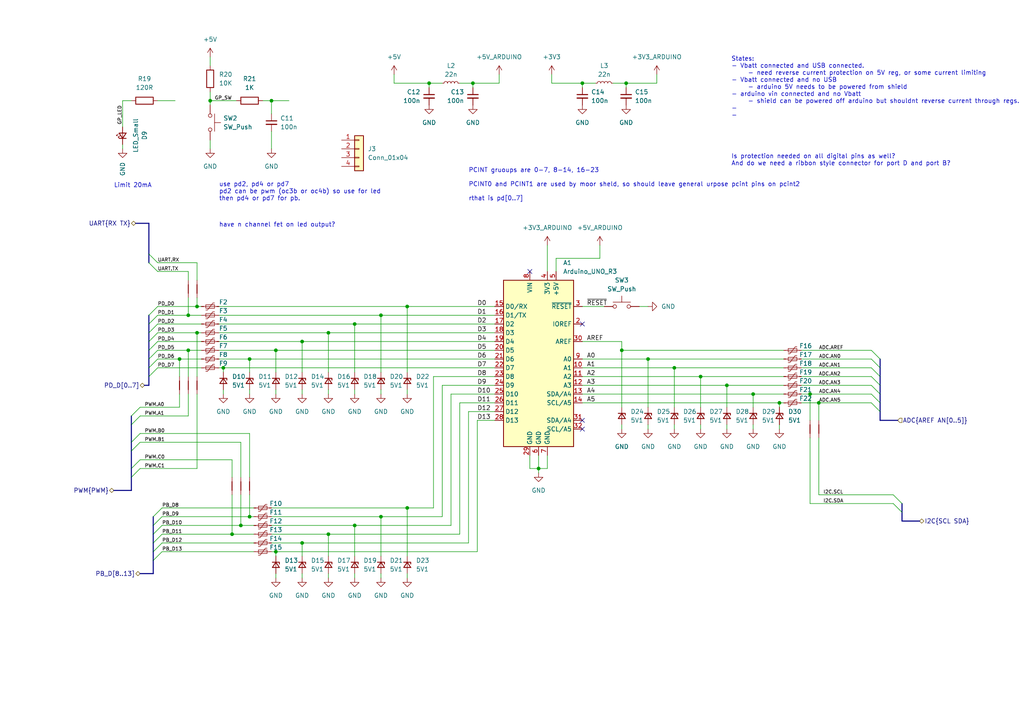
<source format=kicad_sch>
(kicad_sch (version 20211123) (generator eeschema)
  (paper "A4")
  (lib_symbols
    (symbol "Connector_Generic:Conn_01x04" (pin_names (offset 1.016) hide)
      (property "Reference" "J" (at 0 5.08 0))
      (property "Value" "Conn_01x04" (at 0 -7.62 0))
      (symbol "Conn_01x04_1_1"
        (pin passive line (at -5.08 2.54 0) (length 3.81) (name "Pin_1") (number "1"))
        (pin passive line (at -5.08 0 0) (length 3.81) (name "Pin_2") (number "2"))
        (pin passive line (at -5.08 -2.54 0) (length 3.81) (name "Pin_3") (number "3"))
        (pin passive line (at -5.08 -5.08 0) (length 3.81) (name "Pin_4") (number "4"))
      )
    )
    (symbol "Device:C_Small" (pin_numbers hide) (pin_names (offset 0.254) hide)
      (property "Reference" "C" (at 0.254 1.778 0))
      (property "Value" "C_Small" (at 0.254 -2.032 0))
      (symbol "C_Small_1_1"
        (pin passive line (at 0 2.54 270) (length 2.032) (name "~") (number "1"))
        (pin passive line (at 0 -2.54 90) (length 2.032) (name "~") (number "2"))
      )
    )
    (symbol "Device:D_Zener_Small" (pin_numbers hide) (pin_names (offset 0.254) hide)
      (property "Reference" "D" (at 0 2.286 0))
      (property "Value" "D_Zener_Small" (at 0 -2.286 0))
      (symbol "D_Zener_Small_1_1"
        (pin passive line (at -2.54 0 0) (length 1.778) (name "K") (number "1"))
        (pin passive line (at 2.54 0 180) (length 1.778) (name "A") (number "2"))
      )
    )
    (symbol "Device:LED_Small" (pin_numbers hide) (pin_names (offset 0.254) hide)
      (property "Reference" "D" (at -1.27 3.175 0))
      (property "Value" "LED_Small" (at -4.445 -2.54 0))
      (symbol "LED_Small_1_1"
        (pin passive line (at -2.54 0 0) (length 1.778) (name "K") (number "1"))
        (pin passive line (at 2.54 0 180) (length 1.778) (name "A") (number "2"))
      )
    )
    (symbol "Device:L_Small" (pin_numbers hide) (pin_names (offset 0.254) hide)
      (property "Reference" "L" (at 0.762 1.016 0))
      (property "Value" "L_Small" (at 0.762 -1.016 0))
      (symbol "L_Small_1_1"
        (pin passive line (at 0 2.54 270) (length 0.508) (name "~") (number "1"))
        (pin passive line (at 0 -2.54 90) (length 0.508) (name "~") (number "2"))
      )
    )
    (symbol "Device:NetTie_2" (pin_numbers hide) (pin_names (offset 0) hide)
      (property "Reference" "NT" (at 0 1.27 0))
      (property "Value" "NetTie_2" (at 0 -1.27 0))
      (symbol "NetTie_2_1_1"
        (pin passive line (at -2.54 0 0) (length 2.54) (name "1") (number "1"))
        (pin passive line (at 2.54 0 180) (length 2.54) (name "2") (number "2"))
      )
    )
    (symbol "Device:Polyfuse_Small" (pin_numbers hide) (pin_names (offset 0))
      (property "Reference" "F" (at -1.905 0 90))
      (property "Value" "Polyfuse_Small" (at 1.905 0 90))
      (symbol "Polyfuse_Small_1_1"
        (pin passive line (at 0 2.54 270) (length 0.635) (name "~") (number "1"))
        (pin passive line (at 0 -2.54 90) (length 0.635) (name "~") (number "2"))
      )
    )
    (symbol "Device:R" (pin_numbers hide) (pin_names (offset 0))
      (property "Reference" "R" (at 2.032 0 90))
      (property "Value" "R" (at 0 0 90))
      (symbol "R_1_1"
        (pin passive line (at 0 3.81 270) (length 1.27) (name "~") (number "1"))
        (pin passive line (at 0 -3.81 90) (length 1.27) (name "~") (number "2"))
      )
    )
    (symbol "MCU_Module:Arduino_UNO_R3"
      (property "Reference" "A" (at -10.16 23.495 0))
      (property "Value" "Arduino_UNO_R3" (at 5.08 -26.67 0))
      (symbol "Arduino_UNO_R3_1_1"
        (pin no_connect line (at -10.16 -20.32 0) (length 2.54) hide (name "NC") (number "1"))
        (pin bidirectional line (at 12.7 -2.54 180) (length 2.54) (name "A1") (number "10"))
        (pin bidirectional line (at 12.7 -5.08 180) (length 2.54) (name "A2") (number "11"))
        (pin bidirectional line (at 12.7 -7.62 180) (length 2.54) (name "A3") (number "12"))
        (pin bidirectional line (at 12.7 -10.16 180) (length 2.54) (name "SDA/A4") (number "13"))
        (pin bidirectional line (at 12.7 -12.7 180) (length 2.54) (name "SCL/A5") (number "14"))
        (pin bidirectional line (at -12.7 15.24 0) (length 2.54) (name "D0/RX") (number "15"))
        (pin bidirectional line (at -12.7 12.7 0) (length 2.54) (name "D1/TX") (number "16"))
        (pin bidirectional line (at -12.7 10.16 0) (length 2.54) (name "D2") (number "17"))
        (pin bidirectional line (at -12.7 7.62 0) (length 2.54) (name "D3") (number "18"))
        (pin bidirectional line (at -12.7 5.08 0) (length 2.54) (name "D4") (number "19"))
        (pin output line (at 12.7 10.16 180) (length 2.54) (name "IOREF") (number "2"))
        (pin bidirectional line (at -12.7 2.54 0) (length 2.54) (name "D5") (number "20"))
        (pin bidirectional line (at -12.7 0 0) (length 2.54) (name "D6") (number "21"))
        (pin bidirectional line (at -12.7 -2.54 0) (length 2.54) (name "D7") (number "22"))
        (pin bidirectional line (at -12.7 -5.08 0) (length 2.54) (name "D8") (number "23"))
        (pin bidirectional line (at -12.7 -7.62 0) (length 2.54) (name "D9") (number "24"))
        (pin bidirectional line (at -12.7 -10.16 0) (length 2.54) (name "D10") (number "25"))
        (pin bidirectional line (at -12.7 -12.7 0) (length 2.54) (name "D11") (number "26"))
        (pin bidirectional line (at -12.7 -15.24 0) (length 2.54) (name "D12") (number "27"))
        (pin bidirectional line (at -12.7 -17.78 0) (length 2.54) (name "D13") (number "28"))
        (pin power_in line (at -2.54 -27.94 90) (length 2.54) (name "GND") (number "29"))
        (pin input line (at 12.7 15.24 180) (length 2.54) (name "~{RESET}") (number "3"))
        (pin input line (at 12.7 5.08 180) (length 2.54) (name "AREF") (number "30"))
        (pin bidirectional line (at 12.7 -17.78 180) (length 2.54) (name "SDA/A4") (number "31"))
        (pin bidirectional line (at 12.7 -20.32 180) (length 2.54) (name "SCL/A5") (number "32"))
        (pin power_out line (at 2.54 25.4 270) (length 2.54) (name "3V3") (number "4"))
        (pin power_out line (at 5.08 25.4 270) (length 2.54) (name "+5V") (number "5"))
        (pin power_in line (at 0 -27.94 90) (length 2.54) (name "GND") (number "6"))
        (pin power_in line (at 2.54 -27.94 90) (length 2.54) (name "GND") (number "7"))
        (pin power_in line (at -2.54 25.4 270) (length 2.54) (name "VIN") (number "8"))
        (pin bidirectional line (at 12.7 0 180) (length 2.54) (name "A0") (number "9"))
      )
    )
    (symbol "Switch:SW_Push" (pin_numbers hide) (pin_names (offset 1.016) hide)
      (property "Reference" "SW" (at 1.27 2.54 0))
      (property "Value" "SW_Push" (at 0 -1.524 0))
      (symbol "SW_Push_0_1"
        (pin passive line (at -5.08 0 0) (length 2.54) (name "1") (number "1"))
        (pin passive line (at 5.08 0 180) (length 2.54) (name "2") (number "2"))
      )
    )
    (symbol "Utility:+3V3_ARDUINO" (power) (pin_names (offset 0))
      (property "Value" "+3V3_ARDUINO" (at 0 5.08 0))
      (symbol "+3V3_ARDUINO_1_1"
        (pin power_in line (at 0 0 90) (length 0) hide (name "+3V3_ARDUINO") (number "1"))
      )
    )
    (symbol "Utility:+5V_ARDUINO" (power) (pin_names (offset 0))
      (property "Value" "+5V_ARDUINO" (at 0 5.08 0))
      (symbol "+5V_ARDUINO_1_1"
        (pin power_in line (at 0 0 90) (length 0) hide (name "+5V_ARDUINO") (number "1"))
      )
    )
    (symbol "power:+3V3" (power) (pin_names (offset 0))
      (property "Value" "+3V3" (at 0 3.556 0))
      (symbol "+3V3_1_1"
        (pin power_in line (at 0 0 90) (length 0) hide (name "+3V3") (number "1"))
      )
    )
    (symbol "power:+5V" (power) (pin_names (offset 0))
      (property "Value" "+5V" (at 0 3.556 0))
      (symbol "+5V_1_1"
        (pin power_in line (at 0 0 90) (length 0) hide (name "+5V") (number "1"))
      )
    )
    (symbol "power:GND" (power) (pin_names (offset 0))
      (property "Value" "GND" (at 0 -3.81 0))
      (symbol "GND_1_1"
        (pin power_in line (at 0 0 270) (length 0) hide (name "GND") (number "1"))
      )
    )
  )
  (bus_alias "PWM" (members "A[0..1]" "B[0..1]" "C[0..1]"))
  (junction (at 180.34 101.6))
  (junction (at 102.87 93.98))
  (junction (at 60.96 29.21))
  (junction (at 181.61 24.13))
  (junction (at 72.39 149.86))
  (junction (at 110.49 91.44))
  (junction (at 168.91 24.13))
  (junction (at 78.74 29.21))
  (junction (at 195.58 106.68))
  (junction (at 69.85 152.4))
  (junction (at 80.01 101.6))
  (junction (at 54.61 101.6))
  (junction (at 52.07 104.14))
  (junction (at 156.21 135.89))
  (junction (at 203.2 109.22))
  (junction (at 87.63 157.48))
  (junction (at 95.25 154.94))
  (junction (at 218.44 114.3))
  (junction (at 64.77 106.68))
  (junction (at 210.82 111.76))
  (junction (at 87.63 99.06))
  (junction (at 124.46 24.13))
  (junction (at 54.61 91.44))
  (junction (at 118.11 147.32))
  (junction (at 110.49 149.86))
  (junction (at 234.95 114.3))
  (junction (at 237.49 116.84))
  (junction (at 137.16 24.13))
  (junction (at 80.01 160.02))
  (junction (at 226.06 116.84))
  (junction (at 102.87 152.4))
  (junction (at 67.31 154.94))
  (junction (at 118.11 88.9))
  (junction (at 57.15 96.52))
  (junction (at 57.15 88.9))
  (junction (at 95.25 96.52))
  (junction (at 187.96 104.14))
  (junction (at 72.39 104.14))
  (no_connect (at 153.67 78.74))
  (no_connect (at 168.91 124.46))
  (no_connect (at 168.91 121.92))
  (no_connect (at 168.91 93.98))
  (bus_entry (at 38.1 135.89) (size 2.54 -2.54))
  (bus_entry (at 45.72 93.98) (size -2.54 2.54))
  (bus_entry (at 43.18 91.44) (size 2.54 -2.54))
  (bus_entry (at 261.62 148.59) (size -2.54 -2.54))
  (bus_entry (at 46.99 160.02) (size -2.54 2.54))
  (bus_entry (at 255.27 104.14) (size -2.54 -2.54))
  (bus_entry (at 255.27 114.3) (size -2.54 -2.54))
  (bus_entry (at 255.27 106.68) (size -2.54 -2.54))
  (bus_entry (at 45.72 101.6) (size -2.54 2.54))
  (bus_entry (at 46.99 154.94) (size -2.54 2.54))
  (bus_entry (at 38.1 120.65) (size 2.54 -2.54))
  (bus_entry (at 38.1 123.19) (size 2.54 -2.54))
  (bus_entry (at 255.27 116.84) (size -2.54 -2.54))
  (bus_entry (at 46.99 152.4) (size -2.54 2.54))
  (bus_entry (at 45.72 91.44) (size -2.54 2.54))
  (bus_entry (at 38.1 130.81) (size 2.54 -2.54))
  (bus_entry (at 255.27 111.76) (size -2.54 -2.54))
  (bus_entry (at 261.62 146.05) (size -2.54 -2.54))
  (bus_entry (at 45.72 76.2) (size -2.54 -2.54))
  (bus_entry (at 45.72 96.52) (size -2.54 2.54))
  (bus_entry (at 44.45 149.86) (size 2.54 -2.54))
  (bus_entry (at 45.72 104.14) (size -2.54 2.54))
  (bus_entry (at 43.18 76.2) (size 2.54 2.54))
  (bus_entry (at 255.27 109.22) (size -2.54 -2.54))
  (bus_entry (at 46.99 149.86) (size -2.54 2.54))
  (bus_entry (at 38.1 138.43) (size 2.54 -2.54))
  (bus_entry (at 255.27 119.38) (size -2.54 -2.54))
  (bus_entry (at 45.72 99.06) (size -2.54 2.54))
  (bus_entry (at 45.72 106.68) (size -2.54 2.54))
  (bus_entry (at 46.99 157.48) (size -2.54 2.54))
  (bus_entry (at 38.1 128.27) (size 2.54 -2.54))
  (wire (pts (xy 133.35 116.84) (xy 133.35 154.94)))
  (wire (pts (xy 54.61 101.6) (xy 58.42 101.6)))
  (wire (pts (xy 72.39 143.51) (xy 72.39 149.86)))
  (wire (pts (xy 168.91 116.84) (xy 226.06 116.84)))
  (wire (pts (xy 46.99 147.32) (xy 73.66 147.32)))
  (wire (pts (xy 181.61 24.13) (xy 181.61 25.4)))
  (wire (pts (xy 45.72 104.14) (xy 52.07 104.14)))
  (wire (pts (xy 87.63 99.06) (xy 143.51 99.06)))
  (wire (pts (xy 64.77 113.03) (xy 64.77 114.3)))
  (wire (pts (xy 45.72 76.2) (xy 57.15 76.2)))
  (wire (pts (xy 45.72 78.74) (xy 54.61 78.74)))
  (wire (pts (xy 160.02 21.59) (xy 160.02 24.13)))
  (wire (pts (xy 46.99 152.4) (xy 69.85 152.4)))
  (wire (pts (xy 78.74 152.4) (xy 102.87 152.4)))
  (wire (pts (xy 118.11 166.37) (xy 118.11 167.64)))
  (wire (pts (xy 54.61 78.74) (xy 54.61 81.28)))
  (wire (pts (xy 78.74 29.21) (xy 78.74 33.02)))
  (wire (pts (xy 137.16 24.13) (xy 144.78 24.13)))
  (wire (pts (xy 138.43 160.02) (xy 138.43 121.92)))
  (wire (pts (xy 232.41 106.68) (xy 252.73 106.68)))
  (bus (pts (xy 255.27 111.76) (xy 255.27 114.3)))
  (wire (pts (xy 80.01 166.37) (xy 80.01 167.64)))
  (wire (pts (xy 57.15 88.9) (xy 58.42 88.9)))
  (wire (pts (xy 190.5 21.59) (xy 190.5 24.13)))
  (wire (pts (xy 80.01 101.6) (xy 80.01 107.95)))
  (bus (pts (xy 38.1 123.19) (xy 38.1 128.27)))
  (wire (pts (xy 185.42 88.9) (xy 187.96 88.9)))
  (wire (pts (xy 168.91 104.14) (xy 187.96 104.14)))
  (wire (pts (xy 46.99 149.86) (xy 72.39 149.86)))
  (bus (pts (xy 38.1 142.24) (xy 38.1 138.43)))
  (wire (pts (xy 63.5 106.68) (xy 64.77 106.68)))
  (wire (pts (xy 168.91 24.13) (xy 168.91 25.4)))
  (wire (pts (xy 78.74 29.21) (xy 83.82 29.21)))
  (wire (pts (xy 138.43 121.92) (xy 143.51 121.92)))
  (wire (pts (xy 35.56 29.21) (xy 35.56 36.83)))
  (bus (pts (xy 43.18 104.14) (xy 43.18 106.68)))
  (wire (pts (xy 234.95 114.3) (xy 234.95 121.92)))
  (wire (pts (xy 110.49 91.44) (xy 143.51 91.44)))
  (wire (pts (xy 180.34 123.19) (xy 180.34 124.46)))
  (wire (pts (xy 237.49 143.51) (xy 259.08 143.51)))
  (wire (pts (xy 40.64 120.65) (xy 54.61 120.65)))
  (wire (pts (xy 232.41 104.14) (xy 252.73 104.14)))
  (wire (pts (xy 87.63 99.06) (xy 87.63 107.95)))
  (wire (pts (xy 80.01 113.03) (xy 80.01 114.3)))
  (wire (pts (xy 52.07 104.14) (xy 52.07 109.22)))
  (wire (pts (xy 52.07 114.3) (xy 52.07 118.11)))
  (wire (pts (xy 237.49 116.84) (xy 237.49 121.92)))
  (wire (pts (xy 45.72 101.6) (xy 54.61 101.6)))
  (bus (pts (xy 44.45 157.48) (xy 44.45 160.02)))
  (wire (pts (xy 87.63 113.03) (xy 87.63 114.3)))
  (wire (pts (xy 40.64 135.89) (xy 57.15 135.89)))
  (wire (pts (xy 54.61 114.3) (xy 54.61 120.65)))
  (wire (pts (xy 130.81 114.3) (xy 143.51 114.3)))
  (wire (pts (xy 227.33 114.3) (xy 218.44 114.3)))
  (wire (pts (xy 153.67 132.08) (xy 153.67 135.89)))
  (bus (pts (xy 38.1 128.27) (xy 38.1 130.81)))
  (wire (pts (xy 135.89 119.38) (xy 135.89 157.48)))
  (wire (pts (xy 190.5 24.13) (xy 181.61 24.13)))
  (wire (pts (xy 46.99 154.94) (xy 67.31 154.94)))
  (wire (pts (xy 203.2 109.22) (xy 203.2 118.11)))
  (bus (pts (xy 261.62 146.05) (xy 261.62 148.59)))
  (bus (pts (xy 38.1 130.81) (xy 38.1 135.89)))
  (wire (pts (xy 234.95 146.05) (xy 259.08 146.05)))
  (wire (pts (xy 168.91 109.22) (xy 203.2 109.22)))
  (wire (pts (xy 218.44 114.3) (xy 218.44 118.11)))
  (wire (pts (xy 64.77 106.68) (xy 143.51 106.68)))
  (wire (pts (xy 69.85 128.27) (xy 69.85 138.43)))
  (bus (pts (xy 255.27 106.68) (xy 255.27 109.22)))
  (wire (pts (xy 102.87 93.98) (xy 143.51 93.98)))
  (wire (pts (xy 45.72 88.9) (xy 57.15 88.9)))
  (bus (pts (xy 255.27 104.14) (xy 255.27 106.68)))
  (bus (pts (xy 43.18 91.44) (xy 43.18 93.98)))
  (wire (pts (xy 95.25 96.52) (xy 143.51 96.52)))
  (wire (pts (xy 95.25 96.52) (xy 95.25 107.95)))
  (wire (pts (xy 210.82 111.76) (xy 210.82 118.11)))
  (bus (pts (xy 261.62 151.13) (xy 261.62 148.59)))
  (wire (pts (xy 63.5 104.14) (xy 72.39 104.14)))
  (wire (pts (xy 78.74 38.1) (xy 78.74 43.18)))
  (bus (pts (xy 43.18 104.14) (xy 43.18 101.6)))
  (wire (pts (xy 125.73 109.22) (xy 143.51 109.22)))
  (wire (pts (xy 114.3 24.13) (xy 124.46 24.13)))
  (wire (pts (xy 110.49 166.37) (xy 110.49 167.64)))
  (wire (pts (xy 156.21 135.89) (xy 156.21 137.16)))
  (wire (pts (xy 63.5 93.98) (xy 102.87 93.98)))
  (wire (pts (xy 227.33 109.22) (xy 203.2 109.22)))
  (wire (pts (xy 102.87 113.03) (xy 102.87 114.3)))
  (wire (pts (xy 177.8 24.13) (xy 181.61 24.13)))
  (wire (pts (xy 128.27 111.76) (xy 143.51 111.76)))
  (wire (pts (xy 180.34 99.06) (xy 180.34 101.6)))
  (wire (pts (xy 226.06 123.19) (xy 226.06 124.46)))
  (wire (pts (xy 203.2 123.19) (xy 203.2 124.46)))
  (wire (pts (xy 95.25 113.03) (xy 95.25 114.3)))
  (bus (pts (xy 255.27 121.92) (xy 255.27 119.38)))
  (wire (pts (xy 130.81 114.3) (xy 130.81 152.4)))
  (wire (pts (xy 78.74 157.48) (xy 87.63 157.48)))
  (wire (pts (xy 160.02 24.13) (xy 168.91 24.13)))
  (wire (pts (xy 110.49 113.03) (xy 110.49 114.3)))
  (wire (pts (xy 35.56 41.91) (xy 35.56 43.18)))
  (wire (pts (xy 80.01 160.02) (xy 138.43 160.02)))
  (wire (pts (xy 78.74 160.02) (xy 80.01 160.02)))
  (wire (pts (xy 57.15 96.52) (xy 58.42 96.52)))
  (wire (pts (xy 218.44 123.19) (xy 218.44 124.46)))
  (wire (pts (xy 40.64 125.73) (xy 72.39 125.73)))
  (wire (pts (xy 57.15 96.52) (xy 57.15 109.22)))
  (wire (pts (xy 80.01 160.02) (xy 80.01 161.29)))
  (wire (pts (xy 110.49 149.86) (xy 110.49 161.29)))
  (bus (pts (xy 43.18 99.06) (xy 43.18 101.6)))
  (wire (pts (xy 237.49 127) (xy 237.49 143.51)))
  (wire (pts (xy 63.5 88.9) (xy 118.11 88.9)))
  (wire (pts (xy 227.33 104.14) (xy 187.96 104.14)))
  (wire (pts (xy 63.5 101.6) (xy 80.01 101.6)))
  (wire (pts (xy 168.91 24.13) (xy 172.72 24.13)))
  (wire (pts (xy 69.85 143.51) (xy 69.85 152.4)))
  (wire (pts (xy 40.64 118.11) (xy 52.07 118.11)))
  (bus (pts (xy 43.18 76.2) (xy 43.18 73.66)))
  (wire (pts (xy 118.11 147.32) (xy 125.73 147.32)))
  (wire (pts (xy 102.87 152.4) (xy 130.81 152.4)))
  (bus (pts (xy 44.45 152.4) (xy 44.45 154.94)))
  (wire (pts (xy 45.72 96.52) (xy 57.15 96.52)))
  (bus (pts (xy 44.45 154.94) (xy 44.45 157.48)))
  (wire (pts (xy 173.99 71.12) (xy 173.99 74.93)))
  (wire (pts (xy 54.61 109.22) (xy 54.61 101.6)))
  (wire (pts (xy 87.63 157.48) (xy 87.63 161.29)))
  (wire (pts (xy 158.75 132.08) (xy 158.75 135.89)))
  (bus (pts (xy 255.27 114.3) (xy 255.27 116.84)))
  (wire (pts (xy 118.11 88.9) (xy 143.51 88.9)))
  (bus (pts (xy 44.45 149.86) (xy 44.45 152.4)))
  (wire (pts (xy 118.11 147.32) (xy 118.11 161.29)))
  (wire (pts (xy 63.5 96.52) (xy 95.25 96.52)))
  (wire (pts (xy 110.49 149.86) (xy 128.27 149.86)))
  (wire (pts (xy 57.15 114.3) (xy 57.15 135.89)))
  (wire (pts (xy 95.25 154.94) (xy 95.25 161.29)))
  (wire (pts (xy 168.91 114.3) (xy 218.44 114.3)))
  (wire (pts (xy 72.39 113.03) (xy 72.39 114.3)))
  (wire (pts (xy 54.61 91.44) (xy 58.42 91.44)))
  (wire (pts (xy 110.49 91.44) (xy 110.49 107.95)))
  (wire (pts (xy 153.67 135.89) (xy 156.21 135.89)))
  (wire (pts (xy 72.39 138.43) (xy 72.39 125.73)))
  (wire (pts (xy 87.63 157.48) (xy 135.89 157.48)))
  (wire (pts (xy 80.01 101.6) (xy 143.51 101.6)))
  (wire (pts (xy 124.46 24.13) (xy 124.46 25.4)))
  (wire (pts (xy 237.49 116.84) (xy 252.73 116.84)))
  (wire (pts (xy 232.41 109.22) (xy 252.73 109.22)))
  (bus (pts (xy 43.18 64.77) (xy 43.18 73.66)))
  (bus (pts (xy 43.18 106.68) (xy 43.18 109.22)))
  (wire (pts (xy 195.58 106.68) (xy 195.58 118.11)))
  (wire (pts (xy 60.96 29.21) (xy 60.96 30.48)))
  (wire (pts (xy 95.25 154.94) (xy 133.35 154.94)))
  (wire (pts (xy 87.63 166.37) (xy 87.63 167.64)))
  (wire (pts (xy 195.58 123.19) (xy 195.58 124.46)))
  (wire (pts (xy 234.95 114.3) (xy 252.73 114.3)))
  (wire (pts (xy 232.41 116.84) (xy 237.49 116.84)))
  (wire (pts (xy 168.91 88.9) (xy 175.26 88.9)))
  (bus (pts (xy 41.91 111.76) (xy 43.18 111.76)))
  (wire (pts (xy 144.78 21.59) (xy 144.78 24.13)))
  (bus (pts (xy 44.45 162.56) (xy 44.45 166.37)))
  (bus (pts (xy 43.18 109.22) (xy 43.18 111.76)))
  (wire (pts (xy 95.25 166.37) (xy 95.25 167.64)))
  (wire (pts (xy 57.15 86.36) (xy 57.15 88.9)))
  (wire (pts (xy 137.16 24.13) (xy 133.35 24.13)))
  (bus (pts (xy 43.18 93.98) (xy 43.18 96.52)))
  (wire (pts (xy 60.96 40.64) (xy 60.96 43.18)))
  (wire (pts (xy 187.96 123.19) (xy 187.96 124.46)))
  (wire (pts (xy 168.91 99.06) (xy 180.34 99.06)))
  (bus (pts (xy 43.18 96.52) (xy 43.18 99.06)))
  (wire (pts (xy 40.64 133.35) (xy 67.31 133.35)))
  (wire (pts (xy 78.74 154.94) (xy 95.25 154.94)))
  (wire (pts (xy 227.33 106.68) (xy 195.58 106.68)))
  (wire (pts (xy 227.33 111.76) (xy 210.82 111.76)))
  (wire (pts (xy 158.75 135.89) (xy 156.21 135.89)))
  (wire (pts (xy 232.41 101.6) (xy 252.73 101.6)))
  (bus (pts (xy 255.27 109.22) (xy 255.27 111.76)))
  (wire (pts (xy 156.21 132.08) (xy 156.21 135.89)))
  (wire (pts (xy 125.73 109.22) (xy 125.73 147.32)))
  (bus (pts (xy 255.27 116.84) (xy 255.27 119.38)))
  (wire (pts (xy 227.33 101.6) (xy 180.34 101.6)))
  (wire (pts (xy 67.31 143.51) (xy 67.31 154.94)))
  (wire (pts (xy 133.35 116.84) (xy 143.51 116.84)))
  (wire (pts (xy 102.87 166.37) (xy 102.87 167.64)))
  (wire (pts (xy 114.3 21.59) (xy 114.3 24.13)))
  (wire (pts (xy 158.75 71.12) (xy 158.75 78.74)))
  (wire (pts (xy 69.85 152.4) (xy 73.66 152.4)))
  (wire (pts (xy 45.72 93.98) (xy 58.42 93.98)))
  (wire (pts (xy 45.72 106.68) (xy 58.42 106.68)))
  (wire (pts (xy 168.91 106.68) (xy 195.58 106.68)))
  (wire (pts (xy 63.5 91.44) (xy 110.49 91.44)))
  (wire (pts (xy 72.39 104.14) (xy 72.39 107.95)))
  (wire (pts (xy 40.64 128.27) (xy 69.85 128.27)))
  (wire (pts (xy 137.16 24.13) (xy 137.16 25.4)))
  (wire (pts (xy 180.34 101.6) (xy 180.34 118.11)))
  (wire (pts (xy 161.29 74.93) (xy 173.99 74.93)))
  (wire (pts (xy 63.5 99.06) (xy 87.63 99.06)))
  (wire (pts (xy 72.39 149.86) (xy 73.66 149.86)))
  (wire (pts (xy 45.72 29.21) (xy 50.8 29.21)))
  (wire (pts (xy 54.61 86.36) (xy 54.61 91.44)))
  (wire (pts (xy 135.89 119.38) (xy 143.51 119.38)))
  (wire (pts (xy 60.96 29.21) (xy 68.58 29.21)))
  (wire (pts (xy 226.06 116.84) (xy 227.33 116.84)))
  (wire (pts (xy 102.87 93.98) (xy 102.87 107.95)))
  (wire (pts (xy 234.95 127) (xy 234.95 146.05)))
  (bus (pts (xy 38.1 120.65) (xy 38.1 123.19)))
  (wire (pts (xy 46.99 157.48) (xy 73.66 157.48)))
  (wire (pts (xy 76.2 29.21) (xy 78.74 29.21)))
  (wire (pts (xy 35.56 29.21) (xy 38.1 29.21)))
  (bus (pts (xy 39.37 64.77) (xy 43.18 64.77)))
  (bus (pts (xy 38.1 135.89) (xy 38.1 138.43)))
  (wire (pts (xy 118.11 113.03) (xy 118.11 114.3)))
  (bus (pts (xy 44.45 160.02) (xy 44.45 162.56)))
  (bus (pts (xy 260.35 121.92) (xy 255.27 121.92)))
  (wire (pts (xy 57.15 76.2) (xy 57.15 81.28)))
  (bus (pts (xy 44.45 166.37) (xy 40.64 166.37)))
  (wire (pts (xy 187.96 104.14) (xy 187.96 118.11)))
  (wire (pts (xy 168.91 111.76) (xy 210.82 111.76)))
  (wire (pts (xy 45.72 91.44) (xy 54.61 91.44)))
  (bus (pts (xy 33.02 142.24) (xy 38.1 142.24)))
  (wire (pts (xy 60.96 16.51) (xy 60.96 19.05)))
  (wire (pts (xy 67.31 138.43) (xy 67.31 133.35)))
  (wire (pts (xy 45.72 99.06) (xy 58.42 99.06)))
  (wire (pts (xy 128.27 111.76) (xy 128.27 149.86)))
  (wire (pts (xy 78.74 147.32) (xy 118.11 147.32)))
  (wire (pts (xy 67.31 154.94) (xy 73.66 154.94)))
  (wire (pts (xy 226.06 116.84) (xy 226.06 118.11)))
  (wire (pts (xy 118.11 88.9) (xy 118.11 107.95)))
  (wire (pts (xy 102.87 152.4) (xy 102.87 161.29)))
  (wire (pts (xy 72.39 104.14) (xy 143.51 104.14)))
  (wire (pts (xy 161.29 78.74) (xy 161.29 74.93)))
  (wire (pts (xy 232.41 111.76) (xy 252.73 111.76)))
  (wire (pts (xy 64.77 106.68) (xy 64.77 107.95)))
  (wire (pts (xy 60.96 26.67) (xy 60.96 29.21)))
  (wire (pts (xy 210.82 123.19) (xy 210.82 124.46)))
  (wire (pts (xy 232.41 114.3) (xy 234.95 114.3)))
  (wire (pts (xy 128.27 24.13) (xy 124.46 24.13)))
  (wire (pts (xy 78.74 149.86) (xy 110.49 149.86)))
  (wire (pts (xy 46.99 160.02) (xy 73.66 160.02)))
  (wire (pts (xy 52.07 104.14) (xy 58.42 104.14)))
  (bus (pts (xy 266.7 151.13) (xy 261.62 151.13)))
  (text "use pd2, pd4 or pd7\npd2 can be pwm (oc3b or oc4b) so use for led\nthen pd4 or pd7 for pb.\n" (at 63.5 58.42 0) (effects (font (size 1.27 1.27)) (justify left bottom)))
  (text "PCINT gruoups are 0-7, 8-14, 16-23\n\nPCINT0 and PCINT1 are used by moor sheld, so should leave general urpose pcint pins on pcint2\n\nrthat is pd[0..7]" (at 135.89 58.42 0) (effects (font (size 1.27 1.27)) (justify left bottom)))
  (text "States:\n- Vbatt connected and USB connected.\n	- need reverse current protection on 5V reg, or some current limiting\n- Vbatt connected and no USB\n	- arduino 5V needs to be powered from shield\n- arduino vin connected and no Vbatt\n	- shield can be powered off arduino but shouldnt reverse current through regs.\n- \n- " (at 212.09 34.29 0) (effects (font (size 1.27 1.27)) (justify left bottom)))
  (text "Limit 20mA" (at 33.02 54.61 0) (effects (font (size 1.27 1.27)) (justify left bottom)))
  (text "- General purpose button on one group fo PCINT not used for current mon.\n- onboard LED indicator?\n- with connector for external button and LED?" (at 118.11 228.6 0) (effects (font (size 1.27 1.27)) (justify left bottom)))
  (text "Is protection needed on all digital pins as well?\nAnd do we need a ribbon style connector for port D and port B?" (at 212.09 48.26 0) (effects (font (size 1.27 1.27)) (justify left bottom)))
  (text "have n channel fet on led output?" (at 63.5 66.04 0) (effects (font (size 1.27 1.27)) (justify left bottom)))
  (label "ADC.AN4" (at 237.49 114.3 0) (effects (font (size 1 1))))
  (label "D6" (at 138.43 104.14 0))
  (label "I2C.SDA" (at 238.76 146.05 0) (effects (font (size 1 1))))
  (label "PD_D0" (at 45.72 88.9 0) (effects (font (size 1 1))))
  (label "A1" (at 170.18 106.68 0))
  (label "D0" (at 138.43 88.9 0))
  (label "D13" (at 138.43 121.92 0))
  (label "ADC.AREF" (at 237.49 101.6 0) (effects (font (size 1 1))))
  (label "ADC.AN2" (at 237.4462 109.22 0) (effects (font (size 1 1))))
  (label "GP_LED" (at 35.56 30.48 270) (effects (font (size 1 1))))
  (label "PB_D11" (at 46.99 154.94 0) (effects (font (size 1 1))))
  (label "PD_D3" (at 45.72 96.52 0) (effects (font (size 1 1))))
  (label "PB_D13" (at 46.99 160.02 0) (effects (font (size 1 1))))
  (label "PWM.B1" (at 41.91 128.27 0) (effects (font (size 1 1))))
  (label "PWM.C1" (at 41.91 135.89 0) (effects (font (size 1 1))))
  (label "D10" (at 138.43 114.3 0))
  (label "AREF" (at 170.18 99.06 0))
  (label "UART.RX" (at 45.72 76.2 0) (effects (font (size 1 1))))
  (label "D7" (at 138.43 106.68 0))
  (label "PD_D4" (at 45.72 99.06 0) (effects (font (size 1 1))))
  (label "A0" (at 170.18 104.14 0))
  (label "UART.TX" (at 45.72 78.74 0) (effects (font (size 1 1))))
  (label "D9" (at 138.43 111.76 0))
  (label "D5" (at 138.43 101.6 0))
  (label "PD_D7" (at 45.72 106.68 0) (effects (font (size 1 1))))
  (label "PB_D10" (at 46.99 152.4 0) (effects (font (size 1 1))))
  (label "D8" (at 138.43 109.22 0))
  (label "ADC.AN1" (at 237.49 106.68 0) (effects (font (size 1 1))))
  (label "D3" (at 138.43 96.52 0))
  (label "PB_D9" (at 46.99 149.86 0) (effects (font (size 1 1))))
  (label "A4" (at 170.18 114.3 0))
  (label "PD_D2" (at 45.72 93.98 0) (effects (font (size 1 1))))
  (label "PB_D8" (at 46.99 147.32 0) (effects (font (size 1 1))))
  (label "ADC.AN3" (at 237.4462 111.76 0) (effects (font (size 1 1))))
  (label "PWM.A1" (at 41.91 120.65 0) (effects (font (size 1 1))))
  (label "GP_SW" (at 62.23 29.21 0) (effects (font (size 1 1))))
  (label "ADC.AN5" (at 237.49 116.84 0) (effects (font (size 1 1))))
  (label "~{RESET}" (at 170.18 88.9 0))
  (label "I2C.SCL" (at 238.76 143.51 0) (effects (font (size 1 1))))
  (label "PWM.B0" (at 41.91 125.73 0) (effects (font (size 1 1))))
  (label "PD_D6" (at 45.72 104.14 0) (effects (font (size 1 1))))
  (label "D2" (at 138.43 93.98 0))
  (label "ADC.AN0" (at 237.49 104.14 0) (effects (font (size 1 1))))
  (label "D1" (at 138.43 91.44 0))
  (label "A3" (at 170.1531 111.76 0))
  (label "PB_D12" (at 46.99 157.48 0) (effects (font (size 1 1))))
  (label "PWM.A0" (at 41.91 118.11 0) (effects (font (size 1 1))))
  (label "A5" (at 170.18 116.84 0))
  (label "PD_D1" (at 45.72 91.44 0) (effects (font (size 1 1))))
  (label "D12" (at 138.43 119.38 0))
  (label "D4" (at 138.43 99.06 0))
  (label "D11" (at 138.43 116.84 0))
  (label "A2" (at 170.18 109.22 0))
  (label "PWM.C0" (at 41.91 133.35 0) (effects (font (size 1 1))))
  (label "PD_D5" (at 45.72 101.6 0) (effects (font (size 1 1))))
  (hierarchical_label "UART{RX TX}" (shape bidirectional) (at 39.37 64.77 180))
  (hierarchical_label "I2C{SCL SDA}" (shape bidirectional) (at 266.7 151.13 0))
  (hierarchical_label "PB_D[8..13]" (shape bidirectional) (at 40.64 166.37 180))
  (hierarchical_label "ADC{AREF AN[0..5]}" (shape input) (at 260.35 121.92 0))
  (hierarchical_label "PD_D[0..7]" (shape bidirectional) (at 41.91 111.76 180))
  (hierarchical_label "PWM{PWM}" (shape bidirectional) (at 33.02 142.24 180))
  (symbol (lib_id "Connector_Generic:Conn_01x04") (at 104.14 43.18 0) (unit 1)
    (property "Reference" "J3" (at 106.68 43.1799 0) (effects (justify left)))
    (property "Value" "Conn_01x04" (at 106.68 45.7199 0) (effects (justify left)))
    (property "Footprint" "Connector_Molex:Molex_KK-254_AE-6410-04A_1x04_P2.54mm_Vertical" (effects hide))
  )
  (symbol (lib_id "power:GND") (at 110.49 114.3 0) (mirror y) (unit 1)
    (property "Reference" "#PWR0163" (effects hide))
    (property "Value" "GND" (at 110.49 119.38 0))
  )
  (symbol (lib_id "Device:D_Zener_Small") (at 95.25 110.49 270) (unit 1)
    (property "Reference" "D16" (at 97.79 109.2199 90) (effects (justify left)))
    (property "Value" "5V1" (at 97.79 111.7599 90) (effects (justify left)))
    (property "Footprint" "Diode_SMD:D_0805_2012Metric_Pad1.15x1.40mm_HandSolder" (effects hide))
  )
  (symbol (lib_id "power:GND") (at 168.91 30.48 0) (unit 1)
    (property "Reference" "#PWR0143" (effects hide))
    (property "Value" "GND" (at 168.91 35.56 0))
  )
  (symbol (lib_id "power:GND") (at 80.01 167.64 0) (mirror y) (unit 1)
    (property "Reference" "#PWR0187" (effects hide))
    (property "Value" "GND" (at 80.01 172.72 0))
  )
  (symbol (lib_id "Device:NetTie_2") (at 52.07 111.76 90) (unit 1)
    (property "Reference" "NT1" (effects hide))
    (property "Value" "NetTie_2" (effects hide))
    (property "Footprint" "NetTie:NetTie-2_THT_Pad0.3mm" (effects hide))
  )
  (symbol (lib_id "Device:R") (at 72.39 29.21 270) (unit 1)
    (property "Reference" "R21" (at 72.39 22.86 90))
    (property "Value" "1K" (at 72.39 25.4 90))
    (property "Footprint" "Resistor_SMD:R_0805_2012Metric_Pad1.20x1.40mm_HandSolder" (effects hide))
  )
  (symbol (lib_id "Device:Polyfuse_Small") (at 60.96 93.98 90) (unit 1)
    (property "Reference" "F4" (at 64.77 92.71 90))
    (property "Value" "Polyfuse_Small" (effects hide))
    (property "Footprint" "Fuse:Fuse_0805_2012Metric_Pad1.15x1.40mm_HandSolder" (effects hide))
    (property "Digikey Part No" "PRG18BB221MB1RB" (effects hide))
  )
  (symbol (lib_id "Device:C_Small") (at 137.16 27.94 0) (mirror y) (unit 1)
    (property "Reference" "C13" (at 134.62 26.6762 0) (effects (justify left)))
    (property "Value" "100n" (at 134.62 29.2162 0) (effects (justify left)))
    (property "Footprint" "Capacitor_SMD:C_0805_2012Metric_Pad1.18x1.45mm_HandSolder" (effects hide))
  )
  (symbol (lib_id "power:GND") (at 118.11 114.3 0) (mirror y) (unit 1)
    (property "Reference" "#PWR0172" (effects hide))
    (property "Value" "GND" (at 118.11 119.38 0))
  )
  (symbol (lib_id "Device:C_Small") (at 168.91 27.94 0) (unit 1)
    (property "Reference" "C14" (at 171.45 26.6762 0) (effects (justify left)))
    (property "Value" "100n" (at 171.45 29.2162 0) (effects (justify left)))
    (property "Footprint" "Capacitor_SMD:C_0805_2012Metric_Pad1.18x1.45mm_HandSolder" (effects hide))
  )
  (symbol (lib_id "Device:NetTie_2") (at 69.85 140.97 90) (unit 1)
    (property "Reference" "NT7" (effects hide))
    (property "Value" "NetTie_2" (effects hide))
    (property "Footprint" "NetTie:NetTie-2_THT_Pad0.3mm" (effects hide))
  )
  (symbol (lib_id "Device:Polyfuse_Small") (at 60.96 106.68 90) (unit 1)
    (property "Reference" "F9" (at 64.77 105.41 90))
    (property "Value" "Polyfuse_Small" (effects hide))
    (property "Footprint" "Fuse:Fuse_0805_2012Metric_Pad1.15x1.40mm_HandSolder" (effects hide))
    (property "Digikey Part No" "PRG18BB221MB1RB" (effects hide))
  )
  (symbol (lib_id "Device:D_Zener_Small") (at 110.49 163.83 270) (unit 1)
    (property "Reference" "D21" (at 113.03 162.5599 90) (effects (justify left)))
    (property "Value" "5V1" (at 113.03 165.0999 90) (effects (justify left)))
    (property "Footprint" "Diode_SMD:D_0805_2012Metric_Pad1.15x1.40mm_HandSolder" (effects hide))
  )
  (symbol (lib_id "power:+5V") (at 60.96 16.51 0) (unit 1)
    (property "Reference" "#PWR0154" (effects hide))
    (property "Value" "+5V" (at 60.96 11.43 0))
  )
  (symbol (lib_id "Device:D_Zener_Small") (at 102.87 163.83 270) (unit 1)
    (property "Reference" "D19" (at 105.41 162.5599 90) (effects (justify left)))
    (property "Value" "5V1" (at 105.41 165.0999 90) (effects (justify left)))
    (property "Footprint" "Diode_SMD:D_0805_2012Metric_Pad1.15x1.40mm_HandSolder" (effects hide))
  )
  (symbol (lib_id "Device:D_Zener_Small") (at 203.2 120.65 270) (unit 1)
    (property "Reference" "D27" (at 205.74 119.3799 90) (effects (justify left)))
    (property "Value" "5V1" (at 205.74 121.9199 90) (effects (justify left)))
    (property "Footprint" "Diode_SMD:D_0805_2012Metric_Pad1.15x1.40mm_HandSolder" (effects hide))
  )
  (symbol (lib_id "Device:Polyfuse_Small") (at 229.87 116.84 90) (unit 1)
    (property "Reference" "F22" (at 233.68 115.57 90))
    (property "Value" "Polyfuse_Small" (effects hide))
    (property "Footprint" "Fuse:Fuse_0805_2012Metric_Pad1.15x1.40mm_HandSolder" (effects hide))
    (property "Digikey Part No" "PRG18BB221MB1RB" (effects hide))
  )
  (symbol (lib_id "Device:R") (at 60.96 22.86 180) (unit 1)
    (property "Reference" "R20" (at 63.5 21.5899 0) (effects (justify right)))
    (property "Value" "10K" (at 63.5 24.1299 0) (effects (justify right)))
    (property "Footprint" "Resistor_SMD:R_0805_2012Metric_Pad1.20x1.40mm_HandSolder" (effects hide))
  )
  (symbol (lib_id "power:+5V") (at 114.3 21.59 0) (mirror y) (unit 1)
    (property "Reference" "#PWR0168" (effects hide))
    (property "Value" "+5V" (at 114.3 16.51 0))
  )
  (symbol (lib_id "Device:D_Zener_Small") (at 95.25 163.83 270) (unit 1)
    (property "Reference" "D17" (at 97.79 162.5599 90) (effects (justify left)))
    (property "Value" "5V1" (at 97.79 165.0999 90) (effects (justify left)))
    (property "Footprint" "Diode_SMD:D_0805_2012Metric_Pad1.15x1.40mm_HandSolder" (effects hide))
  )
  (symbol (lib_id "Device:Polyfuse_Small") (at 229.87 114.3 90) (unit 1)
    (property "Reference" "F21" (at 233.68 113.03 90))
    (property "Value" "Polyfuse_Small" (effects hide))
    (property "Footprint" "Fuse:Fuse_0805_2012Metric_Pad1.15x1.40mm_HandSolder" (effects hide))
    (property "Digikey Part No" "PRG18BB221MB1RB" (effects hide))
  )
  (symbol (lib_id "Device:Polyfuse_Small") (at 76.2 149.86 90) (unit 1)
    (property "Reference" "F11" (at 80.01 148.59 90))
    (property "Value" "Polyfuse_Small" (effects hide))
    (property "Footprint" "Fuse:Fuse_0805_2012Metric_Pad1.15x1.40mm_HandSolder" (effects hide))
    (property "Digikey Part No" "PRG18BB221MB1RB" (effects hide))
  )
  (symbol (lib_id "power:GND") (at 118.11 167.64 0) (mirror y) (unit 1)
    (property "Reference" "#PWR0185" (effects hide))
    (property "Value" "GND" (at 118.11 172.72 0))
  )
  (symbol (lib_id "Device:Polyfuse_Small") (at 76.2 154.94 90) (unit 1)
    (property "Reference" "F13" (at 80.01 153.67 90))
    (property "Value" "Polyfuse_Small" (effects hide))
    (property "Footprint" "Fuse:Fuse_0805_2012Metric_Pad1.15x1.40mm_HandSolder" (effects hide))
    (property "Digikey Part No" "PRG18BB221MB1RB" (effects hide))
  )
  (symbol (lib_id "Device:Polyfuse_Small") (at 229.87 104.14 90) (unit 1)
    (property "Reference" "F17" (at 233.68 102.87 90))
    (property "Value" "Polyfuse_Small" (effects hide))
    (property "Footprint" "Fuse:Fuse_0805_2012Metric_Pad1.15x1.40mm_HandSolder" (effects hide))
    (property "Digikey Part No" "PRG18BB221MB1RB" (effects hide))
  )
  (symbol (lib_id "Device:Polyfuse_Small") (at 229.87 101.6 90) (unit 1)
    (property "Reference" "F16" (at 233.68 100.33 90))
    (property "Value" "Polyfuse_Small" (effects hide))
    (property "Footprint" "Fuse:Fuse_0805_2012Metric_Pad1.15x1.40mm_HandSolder" (effects hide))
    (property "Digikey Part No" "PRG18BB221MB1RB" (effects hide))
  )
  (symbol (lib_id "Device:D_Zener_Small") (at 195.58 120.65 270) (unit 1)
    (property "Reference" "D26" (at 198.12 119.3799 90) (effects (justify left)))
    (property "Value" "5V1" (at 198.12 121.9199 90) (effects (justify left)))
    (property "Footprint" "Diode_SMD:D_0805_2012Metric_Pad1.15x1.40mm_HandSolder" (effects hide))
  )
  (symbol (lib_id "power:GND") (at 110.49 167.64 0) (mirror y) (unit 1)
    (property "Reference" "#PWR0186" (effects hide))
    (property "Value" "GND" (at 110.49 172.72 0))
  )
  (symbol (lib_id "power:GND") (at 72.39 114.3 0) (mirror y) (unit 1)
    (property "Reference" "#PWR0165" (effects hide))
    (property "Value" "GND" (at 72.39 119.38 0))
  )
  (symbol (lib_id "Device:Polyfuse_Small") (at 229.87 109.22 90) (unit 1)
    (property "Reference" "F19" (at 233.68 107.95 90))
    (property "Value" "Polyfuse_Small" (effects hide))
    (property "Footprint" "Fuse:Fuse_0805_2012Metric_Pad1.15x1.40mm_HandSolder" (effects hide))
    (property "Digikey Part No" "PRG18BB221MB1RB" (effects hide))
  )
  (symbol (lib_id "Device:L_Small") (at 130.81 24.13 270) (mirror x) (unit 1)
    (property "Reference" "L2" (at 130.81 19.05 90))
    (property "Value" "22n" (at 130.81 21.59 90))
    (property "Footprint" "Inductor_SMD:L_0805_2012Metric_Pad1.15x1.40mm_HandSolder" (effects hide))
  )
  (symbol (lib_id "Device:Polyfuse_Small") (at 60.96 101.6 90) (unit 1)
    (property "Reference" "F7" (at 64.77 100.33 90))
    (property "Value" "Polyfuse_Small" (effects hide))
    (property "Footprint" "Fuse:Fuse_0805_2012Metric_Pad1.15x1.40mm_HandSolder" (effects hide))
    (property "Digikey Part No" "PRG18BB221MB1RB" (effects hide))
  )
  (symbol (lib_id "power:GND") (at 95.25 167.64 0) (mirror y) (unit 1)
    (property "Reference" "#PWR0182" (effects hide))
    (property "Value" "GND" (at 95.25 172.72 0))
  )
  (symbol (lib_id "power:GND") (at 218.44 124.46 0) (mirror y) (unit 1)
    (property "Reference" "#PWR0153" (effects hide))
    (property "Value" "GND" (at 218.44 129.54 0))
  )
  (symbol (lib_id "MCU_Module:Arduino_UNO_R3") (at 156.21 104.14 0) (unit 1)
    (property "Reference" "A1" (at 163.3094 76.2 0) (effects (justify left)))
    (property "Value" "Arduino_UNO_R3" (at 163.3094 78.74 0) (effects (justify left)))
    (property "Footprint" "Module:Arduino_UNO_R3" (effects hide))
    (property "Datasheet" "https://www.arduino.cc/en/Main/arduinoBoardUno" (effects hide))
  )
  (symbol (lib_id "Device:D_Zener_Small") (at 180.34 120.65 270) (unit 1)
    (property "Reference" "D24" (at 182.88 119.3799 90) (effects (justify left)))
    (property "Value" "5V1" (at 182.88 121.9199 90) (effects (justify left)))
    (property "Footprint" "Diode_SMD:D_0805_2012Metric_Pad1.15x1.40mm_HandSolder" (effects hide))
  )
  (symbol (lib_id "Switch:SW_Push") (at 60.96 35.56 270) (unit 1)
    (property "Reference" "SW2" (at 64.77 34.2899 90) (effects (justify left)))
    (property "Value" "SW_Push" (at 64.77 36.8299 90) (effects (justify left)))
    (property "Footprint" "Button_Switch_THT:SW_TH_Tactile_Omron_B3F-10xx" (effects hide))
  )
  (symbol (lib_id "power:GND") (at 181.61 30.48 0) (unit 1)
    (property "Reference" "#PWR0144" (effects hide))
    (property "Value" "GND" (at 181.61 35.56 0))
  )
  (symbol (lib_id "Device:L_Small") (at 175.26 24.13 90) (unit 1)
    (property "Reference" "L3" (at 175.26 19.05 90))
    (property "Value" "22n" (at 175.26 21.59 90))
    (property "Footprint" "Inductor_SMD:L_0805_2012Metric_Pad1.15x1.40mm_HandSolder" (effects hide))
  )
  (symbol (lib_id "Device:Polyfuse_Small") (at 60.96 91.44 90) (unit 1)
    (property "Reference" "F3" (at 64.77 90.17 90))
    (property "Value" "Polyfuse_Small" (effects hide))
    (property "Footprint" "Fuse:Fuse_0805_2012Metric_Pad1.15x1.40mm_HandSolder" (effects hide))
    (property "Digikey Part No" "PRG18BB221MB1RB" (effects hide))
  )
  (symbol (lib_id "Device:D_Zener_Small") (at 210.82 120.65 270) (unit 1)
    (property "Reference" "D28" (at 213.36 119.3799 90) (effects (justify left)))
    (property "Value" "5V1" (at 213.36 121.9199 90) (effects (justify left)))
    (property "Footprint" "Diode_SMD:D_0805_2012Metric_Pad1.15x1.40mm_HandSolder" (effects hide))
  )
  (symbol (lib_id "power:GND") (at 180.34 124.46 0) (mirror y) (unit 1)
    (property "Reference" "#PWR0148" (effects hide))
    (property "Value" "GND" (at 180.34 129.54 0))
  )
  (symbol (lib_id "Device:NetTie_2") (at 54.61 111.76 90) (unit 1)
    (property "Reference" "NT3" (effects hide))
    (property "Value" "NetTie_2" (effects hide))
    (property "Footprint" "NetTie:NetTie-2_THT_Pad0.3mm" (effects hide))
  )
  (symbol (lib_id "Device:R") (at 41.91 29.21 270) (unit 1)
    (property "Reference" "R19" (at 41.91 22.86 90))
    (property "Value" "120R" (at 41.91 25.4 90))
    (property "Footprint" "Resistor_SMD:R_0805_2012Metric_Pad1.20x1.40mm_HandSolder" (effects hide))
  )
  (symbol (lib_id "power:GND") (at 203.2 124.46 0) (mirror y) (unit 1)
    (property "Reference" "#PWR0149" (effects hide))
    (property "Value" "GND" (at 203.2 129.54 0))
  )
  (symbol (lib_id "Device:D_Zener_Small") (at 110.49 110.49 270) (unit 1)
    (property "Reference" "D20" (at 113.03 109.2199 90) (effects (justify left)))
    (property "Value" "5V1" (at 113.03 111.7599 90) (effects (justify left)))
    (property "Footprint" "Diode_SMD:D_0805_2012Metric_Pad1.15x1.40mm_HandSolder" (effects hide))
  )
  (symbol (lib_id "power:GND") (at 102.87 167.64 0) (mirror y) (unit 1)
    (property "Reference" "#PWR0183" (effects hide))
    (property "Value" "GND" (at 102.87 172.72 0))
  )
  (symbol (lib_id "Device:NetTie_2") (at 57.15 83.82 90) (unit 1)
    (property "Reference" "NT4" (effects hide))
    (property "Value" "NetTie_2" (effects hide))
    (property "Footprint" "NetTie:NetTie-2_THT_Pad0.3mm" (effects hide))
  )
  (symbol (lib_id "power:GND") (at 156.21 137.16 0) (mirror y) (unit 1)
    (property "Reference" "#PWR0178" (effects hide))
    (property "Value" "GND" (at 156.21 142.24 0))
  )
  (symbol (lib_id "power:GND") (at 35.56 43.18 0) (unit 1)
    (property "Reference" "#PWR0180" (effects hide))
    (property "Value" "GND" (at 35.5601 46.99 90) (effects (justify right)))
  )
  (symbol (lib_id "Device:D_Zener_Small") (at 102.87 110.49 270) (unit 1)
    (property "Reference" "D18" (at 105.41 109.2199 90) (effects (justify left)))
    (property "Value" "5V1" (at 105.41 111.7599 90) (effects (justify left)))
    (property "Footprint" "Diode_SMD:D_0805_2012Metric_Pad1.15x1.40mm_HandSolder" (effects hide))
  )
  (symbol (lib_id "Device:Polyfuse_Small") (at 229.87 111.76 90) (unit 1)
    (property "Reference" "F20" (at 233.68 110.49 90))
    (property "Value" "Polyfuse_Small" (effects hide))
    (property "Footprint" "Fuse:Fuse_0805_2012Metric_Pad1.15x1.40mm_HandSolder" (effects hide))
    (property "Digikey Part No" "PRG18BB221MB1RB" (effects hide))
  )
  (symbol (lib_id "power:GND") (at 64.77 114.3 0) (mirror y) (unit 1)
    (property "Reference" "#PWR0166" (effects hide))
    (property "Value" "GND" (at 64.77 119.38 0))
  )
  (symbol (lib_id "Device:D_Zener_Small") (at 64.77 110.49 270) (unit 1)
    (property "Reference" "D10" (at 67.31 109.2199 90) (effects (justify left)))
    (property "Value" "5V1" (at 67.31 111.7599 90) (effects (justify left)))
    (property "Footprint" "Diode_SMD:D_0805_2012Metric_Pad1.15x1.40mm_HandSolder" (effects hide))
  )
  (symbol (lib_id "Device:NetTie_2") (at 54.61 83.82 90) (unit 1)
    (property "Reference" "NT2" (effects hide))
    (property "Value" "NetTie_2" (effects hide))
    (property "Footprint" "NetTie:NetTie-2_THT_Pad0.3mm" (effects hide))
  )
  (symbol (lib_id "Device:C_Small") (at 124.46 27.94 0) (mirror y) (unit 1)
    (property "Reference" "C12" (at 121.92 26.6762 0) (effects (justify left)))
    (property "Value" "100n" (at 121.92 29.2162 0) (effects (justify left)))
    (property "Footprint" "Capacitor_SMD:C_0805_2012Metric_Pad1.18x1.45mm_HandSolder" (effects hide))
  )
  (symbol (lib_id "power:+3V3") (at 160.02 21.59 0) (unit 1)
    (property "Reference" "#PWR0145" (effects hide))
    (property "Value" "+3V3" (at 160.02 16.51 0))
  )
  (symbol (lib_id "Device:NetTie_2") (at 67.31 140.97 90) (unit 1)
    (property "Reference" "NT6" (effects hide))
    (property "Value" "NetTie_2" (effects hide))
    (property "Footprint" "NetTie:NetTie-2_THT_Pad0.3mm" (effects hide))
  )
  (symbol (lib_id "Device:Polyfuse_Small") (at 60.96 104.14 90) (unit 1)
    (property "Reference" "F8" (at 64.77 102.87 90))
    (property "Value" "Polyfuse_Small" (effects hide))
    (property "Footprint" "Fuse:Fuse_0805_2012Metric_Pad1.15x1.40mm_HandSolder" (effects hide))
    (property "Digikey Part No" "PRG18BB221MB1RB" (effects hide))
  )
  (symbol (lib_id "Device:NetTie_2") (at 57.15 111.76 90) (unit 1)
    (property "Reference" "NT5" (effects hide))
    (property "Value" "NetTie_2" (effects hide))
    (property "Footprint" "NetTie:NetTie-2_THT_Pad0.3mm" (effects hide))
  )
  (symbol (lib_id "power:GND") (at 102.87 114.3 0) (mirror y) (unit 1)
    (property "Reference" "#PWR0164" (effects hide))
    (property "Value" "GND" (at 102.87 119.38 0))
  )
  (symbol (lib_id "Device:D_Zener_Small") (at 218.44 120.65 270) (unit 1)
    (property "Reference" "D29" (at 220.98 119.3799 90) (effects (justify left)))
    (property "Value" "5V1" (at 220.98 121.9199 90) (effects (justify left)))
    (property "Footprint" "Diode_SMD:D_0805_2012Metric_Pad1.15x1.40mm_HandSolder" (effects hide))
  )
  (symbol (lib_id "Device:Polyfuse_Small") (at 76.2 147.32 90) (unit 1)
    (property "Reference" "F10" (at 80.01 146.05 90))
    (property "Value" "Polyfuse_Small" (effects hide))
    (property "Footprint" "Fuse:Fuse_0805_2012Metric_Pad1.15x1.40mm_HandSolder" (effects hide))
    (property "Digikey Part No" "PRG18BB221MB1RB" (effects hide))
  )
  (symbol (lib_id "Device:Polyfuse_Small") (at 76.2 152.4 90) (unit 1)
    (property "Reference" "F12" (at 80.01 151.13 90))
    (property "Value" "Polyfuse_Small" (effects hide))
    (property "Footprint" "Fuse:Fuse_0805_2012Metric_Pad1.15x1.40mm_HandSolder" (effects hide))
    (property "Digikey Part No" "PRG18BB221MB1RB" (effects hide))
  )
  (symbol (lib_id "Device:D_Zener_Small") (at 226.06 120.65 270) (unit 1)
    (property "Reference" "D30" (at 228.6 119.3799 90) (effects (justify left)))
    (property "Value" "5V1" (at 228.6 121.9199 90) (effects (justify left)))
    (property "Footprint" "Diode_SMD:D_0805_2012Metric_Pad1.15x1.40mm_HandSolder" (effects hide))
  )
  (symbol (lib_id "Device:D_Zener_Small") (at 87.63 110.49 270) (unit 1)
    (property "Reference" "D14" (at 90.17 109.2199 90) (effects (justify left)))
    (property "Value" "5V1" (at 90.17 111.7599 90) (effects (justify left)))
    (property "Footprint" "Diode_SMD:D_0805_2012Metric_Pad1.15x1.40mm_HandSolder" (effects hide))
  )
  (symbol (lib_id "power:GND") (at 95.25 114.3 0) (mirror y) (unit 1)
    (property "Reference" "#PWR0160" (effects hide))
    (property "Value" "GND" (at 95.25 119.38 0))
  )
  (symbol (lib_id "Switch:SW_Push") (at 180.34 88.9 0) (unit 1)
    (property "Reference" "SW3" (at 180.34 81.28 0))
    (property "Value" "SW_Push" (at 180.34 83.82 0))
    (property "Footprint" "Button_Switch_THT:SW_TH_Tactile_Omron_B3F-10xx" (effects hide))
  )
  (symbol (lib_id "power:GND") (at 80.01 114.3 0) (mirror y) (unit 1)
    (property "Reference" "#PWR0162" (effects hide))
    (property "Value" "GND" (at 80.01 119.38 0))
  )
  (symbol (lib_id "power:GND") (at 124.46 30.48 0) (mirror y) (unit 1)
    (property "Reference" "#PWR0169" (effects hide))
    (property "Value" "GND" (at 124.46 35.56 0))
  )
  (symbol (lib_id "Device:D_Zener_Small") (at 80.01 110.49 270) (unit 1)
    (property "Reference" "D12" (at 82.55 109.2199 90) (effects (justify left)))
    (property "Value" "5V1" (at 82.55 111.7599 90) (effects (justify left)))
    (property "Footprint" "Diode_SMD:D_0805_2012Metric_Pad1.15x1.40mm_HandSolder" (effects hide))
  )
  (symbol (lib_id "power:GND") (at 78.74 43.18 0) (unit 1)
    (property "Reference" "#PWR0179" (effects hide))
    (property "Value" "GND" (at 78.74 48.26 0))
  )
  (symbol (lib_id "Device:D_Zener_Small") (at 72.39 110.49 270) (unit 1)
    (property "Reference" "D11" (at 74.93 109.2199 90) (effects (justify left)))
    (property "Value" "5V1" (at 74.93 111.7599 90) (effects (justify left)))
    (property "Footprint" "Diode_SMD:D_0805_2012Metric_Pad1.15x1.40mm_HandSolder" (effects hide))
  )
  (symbol (lib_id "Device:D_Zener_Small") (at 187.96 120.65 270) (unit 1)
    (property "Reference" "D25" (at 190.5 119.3799 90) (effects (justify left)))
    (property "Value" "5V1" (at 190.5 121.9199 90) (effects (justify left)))
    (property "Footprint" "Diode_SMD:D_0805_2012Metric_Pad1.15x1.40mm_HandSolder" (effects hide))
  )
  (symbol (lib_id "power:GND") (at 187.96 88.9 90) (mirror x) (unit 1)
    (property "Reference" "#PWR0146" (effects hide))
    (property "Value" "GND" (at 191.77 88.8999 90) (effects (justify right)))
  )
  (symbol (lib_id "Utility:+3V3_ARDUINO") (at 158.75 71.12 0) (unit 1)
    (property "Reference" "#PWR0171" (effects hide))
    (property "Value" "+3V3_ARDUINO" (at 158.75 66.04 0))
  )
  (symbol (lib_id "Device:C_Small") (at 78.74 35.56 0) (unit 1)
    (property "Reference" "C11" (at 81.28 34.2962 0) (effects (justify left)))
    (property "Value" "100n" (at 81.28 36.8362 0) (effects (justify left)))
    (property "Footprint" "Capacitor_SMD:C_0805_2012Metric_Pad1.18x1.45mm_HandSolder" (effects hide))
  )
  (symbol (lib_id "Device:D_Zener_Small") (at 80.01 163.83 270) (unit 1)
    (property "Reference" "D13" (at 82.55 162.5599 90) (effects (justify left)))
    (property "Value" "5V1" (at 82.55 165.0999 90) (effects (justify left)))
    (property "Footprint" "Diode_SMD:D_0805_2012Metric_Pad1.15x1.40mm_HandSolder" (effects hide))
  )
  (symbol (lib_id "power:GND") (at 137.16 30.48 0) (mirror y) (unit 1)
    (property "Reference" "#PWR0167" (effects hide))
    (property "Value" "GND" (at 137.16 35.56 0))
  )
  (symbol (lib_id "power:GND") (at 87.63 114.3 0) (mirror y) (unit 1)
    (property "Reference" "#PWR0161" (effects hide))
    (property "Value" "GND" (at 87.63 119.38 0))
  )
  (symbol (lib_id "power:GND") (at 226.06 124.46 0) (mirror y) (unit 1)
    (property "Reference" "#PWR0156" (effects hide))
    (property "Value" "GND" (at 226.06 129.54 0))
  )
  (symbol (lib_id "Device:NetTie_2") (at 72.39 140.97 90) (unit 1)
    (property "Reference" "NT8" (effects hide))
    (property "Value" "NetTie_2" (effects hide))
    (property "Footprint" "NetTie:NetTie-2_THT_Pad0.3mm" (effects hide))
  )
  (symbol (lib_id "power:GND") (at 195.58 124.46 0) (mirror y) (unit 1)
    (property "Reference" "#PWR0150" (effects hide))
    (property "Value" "GND" (at 195.58 129.54 0))
  )
  (symbol (lib_id "Utility:+3V3_ARDUINO") (at 190.5 21.59 0) (unit 1)
    (property "Reference" "#PWR0141" (effects hide))
    (property "Value" "+3V3_ARDUINO" (at 190.5 16.51 0))
  )
  (symbol (lib_id "Device:LED_Small") (at 35.56 39.37 90) (unit 1)
    (property "Reference" "D9" (at 41.91 39.3065 0))
    (property "Value" "LED_Small" (at 39.37 39.3065 0))
    (property "Footprint" "LED_SMD:LED_0805_2012Metric_Pad1.15x1.40mm_HandSolder" (effects hide))
  )
  (symbol (lib_id "Device:Polyfuse_Small") (at 76.2 157.48 90) (unit 1)
    (property "Reference" "F14" (at 80.01 156.21 90))
    (property "Value" "Polyfuse_Small" (effects hide))
    (property "Footprint" "Fuse:Fuse_0805_2012Metric_Pad1.15x1.40mm_HandSolder" (effects hide))
    (property "Digikey Part No" "PRG18BB221MB1RB" (effects hide))
  )
  (symbol (lib_id "power:GND") (at 60.96 43.18 0) (unit 1)
    (property "Reference" "#PWR0181" (effects hide))
    (property "Value" "GND" (at 60.96 48.26 0))
  )
  (symbol (lib_id "Utility:+5V_ARDUINO") (at 144.78 21.59 0) (unit 1)
    (property "Reference" "#PWR0170" (effects hide))
    (property "Value" "+5V_ARDUINO" (at 144.78 16.51 0))
  )
  (symbol (lib_id "Device:D_Zener_Small") (at 118.11 110.49 270) (unit 1)
    (property "Reference" "D22" (at 120.65 109.2199 90) (effects (justify left)))
    (property "Value" "5V1" (at 120.65 111.7599 90) (effects (justify left)))
    (property "Footprint" "Diode_SMD:D_0805_2012Metric_Pad1.15x1.40mm_HandSolder" (effects hide))
  )
  (symbol (lib_id "power:GND") (at 210.82 124.46 0) (mirror y) (unit 1)
    (property "Reference" "#PWR0147" (effects hide))
    (property "Value" "GND" (at 210.82 129.54 0))
  )
  (symbol (lib_id "Device:Polyfuse_Small") (at 60.96 99.06 90) (unit 1)
    (property "Reference" "F6" (at 64.77 97.79 90))
    (property "Value" "Polyfuse_Small" (effects hide))
    (property "Footprint" "Fuse:Fuse_0805_2012Metric_Pad1.15x1.40mm_HandSolder" (effects hide))
    (property "Digikey Part No" "PRG18BB221MB1RB" (effects hide))
  )
  (symbol (lib_id "Device:Polyfuse_Small") (at 60.96 96.52 90) (unit 1)
    (property "Reference" "F5" (at 64.77 95.25 90))
    (property "Value" "Polyfuse_Small" (effects hide))
    (property "Footprint" "Fuse:Fuse_0805_2012Metric_Pad1.15x1.40mm_HandSolder" (effects hide))
    (property "Digikey Part No" "PRG18BB221MB1RB" (effects hide))
  )
  (symbol (lib_id "Device:D_Zener_Small") (at 118.11 163.83 270) (unit 1)
    (property "Reference" "D23" (at 120.65 162.5599 90) (effects (justify left)))
    (property "Value" "5V1" (at 120.65 165.0999 90) (effects (justify left)))
    (property "Footprint" "Diode_SMD:D_0805_2012Metric_Pad1.15x1.40mm_HandSolder" (effects hide))
  )
  (symbol (lib_id "Device:D_Zener_Small") (at 87.63 163.83 270) (unit 1)
    (property "Reference" "D15" (at 90.17 162.5599 90) (effects (justify left)))
    (property "Value" "5V1" (at 90.17 165.0999 90) (effects (justify left)))
    (property "Footprint" "Diode_SMD:D_0805_2012Metric_Pad1.15x1.40mm_HandSolder" (effects hide))
  )
  (symbol (lib_id "Device:NetTie_2") (at 237.49 124.46 90) (unit 1)
    (property "Reference" "NT10" (effects hide))
    (property "Value" "NetTie_2" (effects hide))
    (property "Footprint" "NetTie:NetTie-2_THT_Pad0.3mm" (effects hide))
  )
  (symbol (lib_id "Device:Polyfuse_Small") (at 76.2 160.02 90) (unit 1)
    (property "Reference" "F15" (at 80.01 158.75 90))
    (property "Value" "Polyfuse_Small" (effects hide))
    (property "Footprint" "Fuse:Fuse_0805_2012Metric_Pad1.15x1.40mm_HandSolder" (effects hide))
    (property "Digikey Part No" "PRG18BB221MB1RB" (effects hide))
  )
  (symbol (lib_id "power:GND") (at 87.63 167.64 0) (mirror y) (unit 1)
    (property "Reference" "#PWR0184" (effects hide))
    (property "Value" "GND" (at 87.63 172.72 0))
  )
  (symbol (lib_id "power:GND") (at 187.96 124.46 0) (mirror y) (unit 1)
    (property "Reference" "#PWR0151" (effects hide))
    (property "Value" "GND" (at 187.96 129.54 0))
  )
  (symbol (lib_id "Device:NetTie_2") (at 234.95 124.46 90) (unit 1)
    (property "Reference" "NT9" (effects hide))
    (property "Value" "NetTie_2" (effects hide))
    (property "Footprint" "NetTie:NetTie-2_THT_Pad0.3mm" (effects hide))
  )
  (symbol (lib_id "Device:Polyfuse_Small") (at 60.96 88.9 90) (unit 1)
    (property "Reference" "F2" (at 64.77 87.63 90))
    (property "Value" "Polyfuse_Small" (effects hide))
    (property "Footprint" "Fuse:Fuse_0805_2012Metric_Pad1.15x1.40mm_HandSolder" (effects hide))
    (property "Digikey Part No" "PRG18BB221MB1RB" (effects hide))
  )
  (symbol (lib_id "Utility:+5V_ARDUINO") (at 173.99 71.12 0) (unit 1)
    (property "Reference" "#PWR0177" (effects hide))
    (property "Value" "+5V_ARDUINO" (at 173.99 66.04 0))
  )
  (symbol (lib_id "Device:C_Small") (at 181.61 27.94 0) (unit 1)
    (property "Reference" "C15" (at 184.15 26.6762 0) (effects (justify left)))
    (property "Value" "100n" (at 184.15 29.2162 0) (effects (justify left)))
    (property "Footprint" "Capacitor_SMD:C_0805_2012Metric_Pad1.18x1.45mm_HandSolder" (effects hide))
  )
  (symbol (lib_id "Device:Polyfuse_Small") (at 229.87 106.68 90) (unit 1)
    (property "Reference" "F18" (at 233.68 105.41 90))
    (property "Value" "Polyfuse_Small" (effects hide))
    (property "Footprint" "Fuse:Fuse_0805_2012Metric_Pad1.15x1.40mm_HandSolder" (effects hide))
    (property "Digikey Part No" "PRG18BB221MB1RB" (effects hide))
  )
)
</source>
